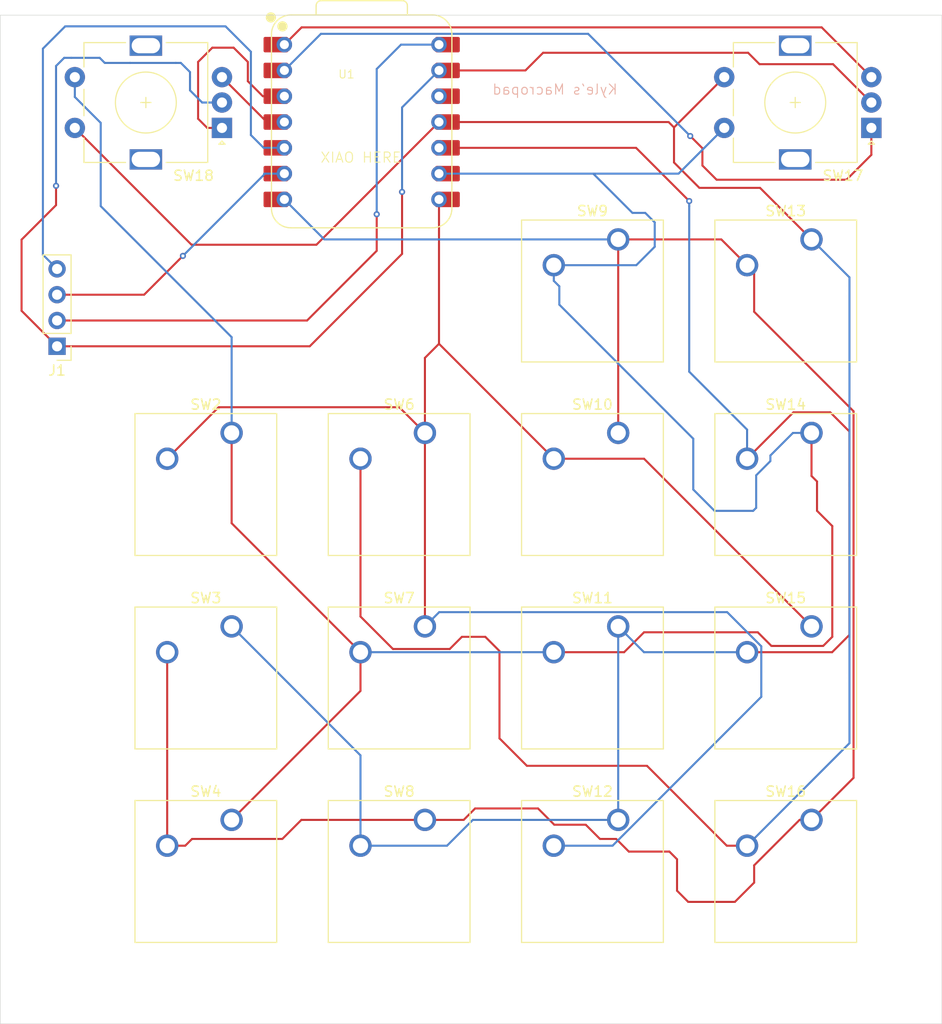
<source format=kicad_pcb>
(kicad_pcb (version 20241229) (generator "pcbnew") (generator_version "9.0")
  (layers (0 "F.Cu" signal) (2 "B.Cu" signal) (13 "F.Paste" user) (15 "B.Paste" user) (5 "F.SilkS" user "F.Silkscreen") (7 "B.SilkS" user "B.Silkscreen") (1 "F.Mask" user) (3 "B.Mask" user) (25 "Edge.Cuts" user))
  (net 0 "")
  (net 1 "Net-(U1-GPIO3{slash}MOSI)")
  (net 2 "Net-(U1-GPIO1{slash}RX)")
  (net 3 "Net-(U1-GPIO2{slash}SCK)")
  (net 4 "Net-(U1-GPIO0{slash}TX)")
  (net 5 "Net-(U1-GPIO4{slash}MISO)")
  (net 7 "Net-(U1-GPIO27{slash}ADC1{slash}A1)")
  (net 8 "Net-(U1-GPIO26{slash}ADC0{slash}A0)")
  (net 9 "Net-(J1-Pin_1)")
  (net 10 "Net-(U1-GPIO28{slash}ADC2{slash}A2)")
  (net 11 "Net-(U1-GPIO29{slash}ADC3{slash}A3)")
  (net 12 "Net-(J1-Pin_3)")
  (net 13 "Net-(J1-Pin_2)")
  (net 14 "Net-(J1-Pin_4)")
  (footprint "Button_Switch_Keyboard:SW_Cherry_MX_1.00u_PCB" (layer "F.Cu") (at 83.5025 121.12625)
    (property "Reference" "SW2" (at -2.54 -2.794 0) (layer "F.SilkS"))
    (property "Value" "SW_Push")
    (fp_line (start -9.525 -1.905) (end 4.445 -1.905) (stroke (width 0.12)) (layer "F.SilkS"))
    (fp_line (start -9.525 12.065) (end -9.525 -1.905) (stroke (width 0.12)) (layer "F.SilkS"))
    (fp_line (start 4.445 -1.905) (end 4.445 12.065) (stroke (width 0.12)) (layer "F.SilkS"))
    (fp_line (start 4.445 12.065) (end -9.525 12.065) (stroke (width 0.12)) (layer "F.SilkS"))
    (pad "" np_thru_hole circle (at -7.62 5.08) (size 1.7 1.7) (drill 1.7) (layers "*.Cu" "*.Mask"))
    (pad "" np_thru_hole circle (at -2.54 5.08) (size 4 4) (drill 4) (layers "*.Cu" "*.Mask"))
    (pad "" np_thru_hole circle (at 2.54 5.08) (size 1.7 1.7) (drill 1.7) (layers "*.Cu" "*.Mask"))
    (pad "1" thru_hole circle (at 0 0) (size 2.2 2.2) (drill 1.5) (layers "*.Cu" "*.Mask") (net 3 "Net-(U1-GPIO2{slash}SCK)"))
    (pad "2" thru_hole circle (at -6.35 2.54) (size 2.2 2.2) (drill 1.5) (layers "*.Cu" "*.Mask") (net 2 "Net-(U1-GPIO1{slash}RX)"))
  )
  (footprint "Button_Switch_Keyboard:SW_Cherry_MX_1.00u_PCB" (layer "F.Cu") (at 102.5525 121.12625)
    (property "Reference" "SW6" (at -2.54 -2.794 0) (layer "F.SilkS"))
    (property "Value" "SW_Push")
    (fp_line (start -9.525 -1.905) (end 4.445 -1.905) (stroke (width 0.12)) (layer "F.SilkS"))
    (fp_line (start -9.525 12.065) (end -9.525 -1.905) (stroke (width 0.12)) (layer "F.SilkS"))
    (fp_line (start 4.445 -1.905) (end 4.445 12.065) (stroke (width 0.12)) (layer "F.SilkS"))
    (fp_line (start 4.445 12.065) (end -9.525 12.065) (stroke (width 0.12)) (layer "F.SilkS"))
    (pad "" np_thru_hole circle (at -7.62 5.08) (size 1.7 1.7) (drill 1.7) (layers "*.Cu" "*.Mask"))
    (pad "" np_thru_hole circle (at -2.54 5.08) (size 4 4) (drill 4) (layers "*.Cu" "*.Mask"))
    (pad "" np_thru_hole circle (at 2.54 5.08) (size 1.7 1.7) (drill 1.7) (layers "*.Cu" "*.Mask"))
    (pad "1" thru_hole circle (at 0 0) (size 2.2 2.2) (drill 1.5) (layers "*.Cu" "*.Mask") (net 2 "Net-(U1-GPIO1{slash}RX)"))
    (pad "2" thru_hole circle (at -6.35 2.54) (size 2.2 2.2) (drill 1.5) (layers "*.Cu" "*.Mask") (net 1 "Net-(U1-GPIO3{slash}MOSI)"))
  )
  (footprint "Button_Switch_Keyboard:SW_Cherry_MX_1.00u_PCB" (layer "F.Cu") (at 121.6025 121.12625)
    (property "Reference" "SW10" (at -2.54 -2.794 0) (layer "F.SilkS"))
    (property "Value" "SW_Push")
    (fp_line (start -9.525 -1.905) (end 4.445 -1.905) (stroke (width 0.12)) (layer "F.SilkS"))
    (fp_line (start -9.525 12.065) (end -9.525 -1.905) (stroke (width 0.12)) (layer "F.SilkS"))
    (fp_line (start 4.445 -1.905) (end 4.445 12.065) (stroke (width 0.12)) (layer "F.SilkS"))
    (fp_line (start 4.445 12.065) (end -9.525 12.065) (stroke (width 0.12)) (layer "F.SilkS"))
    (pad "" np_thru_hole circle (at -7.62 5.08) (size 1.7 1.7) (drill 1.7) (layers "*.Cu" "*.Mask"))
    (pad "" np_thru_hole circle (at -2.54 5.08) (size 4 4) (drill 4) (layers "*.Cu" "*.Mask"))
    (pad "" np_thru_hole circle (at 2.54 5.08) (size 1.7 1.7) (drill 1.7) (layers "*.Cu" "*.Mask"))
    (pad "1" thru_hole circle (at 0 0) (size 2.2 2.2) (drill 1.5) (layers "*.Cu" "*.Mask") (net 4 "Net-(U1-GPIO0{slash}TX)"))
    (pad "2" thru_hole circle (at -6.35 2.54) (size 2.2 2.2) (drill 1.5) (layers "*.Cu" "*.Mask") (net 2 "Net-(U1-GPIO1{slash}RX)"))
  )
  (footprint "Button_Switch_Keyboard:SW_Cherry_MX_1.00u_PCB" (layer "F.Cu") (at 140.6525 159.22625)
    (property "Reference" "SW16" (at -2.54 -2.794 0) (layer "F.SilkS"))
    (property "Value" "SW_Push")
    (fp_line (start -9.525 -1.905) (end 4.445 -1.905) (stroke (width 0.12)) (layer "F.SilkS"))
    (fp_line (start -9.525 12.065) (end -9.525 -1.905) (stroke (width 0.12)) (layer "F.SilkS"))
    (fp_line (start 4.445 -1.905) (end 4.445 12.065) (stroke (width 0.12)) (layer "F.SilkS"))
    (fp_line (start 4.445 12.065) (end -9.525 12.065) (stroke (width 0.12)) (layer "F.SilkS"))
    (pad "" np_thru_hole circle (at -7.62 5.08) (size 1.7 1.7) (drill 1.7) (layers "*.Cu" "*.Mask"))
    (pad "" np_thru_hole circle (at -2.54 5.08) (size 4 4) (drill 4) (layers "*.Cu" "*.Mask"))
    (pad "" np_thru_hole circle (at 2.54 5.08) (size 1.7 1.7) (drill 1.7) (layers "*.Cu" "*.Mask"))
    (pad "1" thru_hole circle (at 0 0) (size 2.2 2.2) (drill 1.5) (layers "*.Cu" "*.Mask") (net 4 "Net-(U1-GPIO0{slash}TX)"))
    (pad "2" thru_hole circle (at -6.35 2.54) (size 2.2 2.2) (drill 1.5) (layers "*.Cu" "*.Mask") (net 1 "Net-(U1-GPIO3{slash}MOSI)"))
  )
  (footprint "Button_Switch_Keyboard:SW_Cherry_MX_1.00u_PCB" (layer "F.Cu") (at 121.6025 140.17625)
    (property "Reference" "SW11" (at -2.54 -2.794 0) (layer "F.SilkS"))
    (property "Value" "SW_Push")
    (fp_line (start -9.525 -1.905) (end 4.445 -1.905) (stroke (width 0.12)) (layer "F.SilkS"))
    (fp_line (start -9.525 12.065) (end -9.525 -1.905) (stroke (width 0.12)) (layer "F.SilkS"))
    (fp_line (start 4.445 -1.905) (end 4.445 12.065) (stroke (width 0.12)) (layer "F.SilkS"))
    (fp_line (start 4.445 12.065) (end -9.525 12.065) (stroke (width 0.12)) (layer "F.SilkS"))
    (pad "" np_thru_hole circle (at -7.62 5.08) (size 1.7 1.7) (drill 1.7) (layers "*.Cu" "*.Mask"))
    (pad "" np_thru_hole circle (at -2.54 5.08) (size 4 4) (drill 4) (layers "*.Cu" "*.Mask"))
    (pad "" np_thru_hole circle (at 2.54 5.08) (size 1.7 1.7) (drill 1.7) (layers "*.Cu" "*.Mask"))
    (pad "1" thru_hole circle (at 0 0) (size 2.2 2.2) (drill 1.5) (layers "*.Cu" "*.Mask") (net 5 "Net-(U1-GPIO4{slash}MISO)"))
    (pad "2" thru_hole circle (at -6.35 2.54) (size 2.2 2.2) (drill 1.5) (layers "*.Cu" "*.Mask") (net 3 "Net-(U1-GPIO2{slash}SCK)"))
  )
  (footprint "Button_Switch_Keyboard:SW_Cherry_MX_1.00u_PCB" (layer "F.Cu") (at 140.6525 140.17625)
    (property "Reference" "SW15" (at -2.54 -2.794 0) (layer "F.SilkS"))
    (property "Value" "SW_Push")
    (fp_line (start -9.525 -1.905) (end 4.445 -1.905) (stroke (width 0.12)) (layer "F.SilkS"))
    (fp_line (start -9.525 12.065) (end -9.525 -1.905) (stroke (width 0.12)) (layer "F.SilkS"))
    (fp_line (start 4.445 -1.905) (end 4.445 12.065) (stroke (width 0.12)) (layer "F.SilkS"))
    (fp_line (start 4.445 12.065) (end -9.525 12.065) (stroke (width 0.12)) (layer "F.SilkS"))
    (pad "" np_thru_hole circle (at -7.62 5.08) (size 1.7 1.7) (drill 1.7) (layers "*.Cu" "*.Mask"))
    (pad "" np_thru_hole circle (at -2.54 5.08) (size 4 4) (drill 4) (layers "*.Cu" "*.Mask"))
    (pad "" np_thru_hole circle (at 2.54 5.08) (size 1.7 1.7) (drill 1.7) (layers "*.Cu" "*.Mask"))
    (pad "1" thru_hole circle (at 0 0) (size 2.2 2.2) (drill 1.5) (layers "*.Cu" "*.Mask") (net 2 "Net-(U1-GPIO1{slash}RX)"))
    (pad "2" thru_hole circle (at -6.35 2.54) (size 2.2 2.2) (drill 1.5) (layers "*.Cu" "*.Mask") (net 5 "Net-(U1-GPIO4{slash}MISO)"))
  )
  (footprint "Connector_PinHeader_2.54mm:PinHeader_1x04_P2.54mm_Vertical" (layer "F.Cu") (at 66.3 112.6 180)
    (property "Reference" "J1" (at 0 -2.38 0) (layer "F.SilkS"))
    (property "Value" "Conn_01x04")
    (fp_line (start 1.38 1.27) (end 1.38 9) (stroke (width 0.12)) (layer "F.SilkS"))
    (fp_line (start -1.38 9) (end 1.38 9) (stroke (width 0.12)) (layer "F.SilkS"))
    (fp_line (start -1.38 1.27) (end 1.38 1.27) (stroke (width 0.12)) (layer "F.SilkS"))
    (fp_line (start -1.38 1.27) (end -1.38 9) (stroke (width 0.12)) (layer "F.SilkS"))
    (fp_line (start -1.38 0) (end -1.38 -1.38) (stroke (width 0.12)) (layer "F.SilkS"))
    (fp_line (start -1.38 -1.38) (end 0 -1.38) (stroke (width 0.12)) (layer "F.SilkS"))
    (pad "1" thru_hole rect (at 0 0 180) (size 1.7 1.7) (drill 1) (layers "*.Cu" "*.Mask") (net 9 "Net-(J1-Pin_1)"))
    (pad "2" thru_hole circle (at 0 2.54 180) (size 1.7 1.7) (drill 1) (layers "*.Cu" "*.Mask") (net 13 "Net-(J1-Pin_2)"))
    (pad "3" thru_hole circle (at 0 5.08 180) (size 1.7 1.7) (drill 1) (layers "*.Cu" "*.Mask") (net 12 "Net-(J1-Pin_3)"))
    (pad "4" thru_hole circle (at 0 7.62 180) (size 1.7 1.7) (drill 1) (layers "*.Cu" "*.Mask") (net 14 "Net-(J1-Pin_4)"))
  )
  (footprint "Button_Switch_Keyboard:SW_Cherry_MX_1.00u_PCB" (layer "F.Cu") (at 121.6025 159.22625)
    (property "Reference" "SW12" (at -2.54 -2.794 0) (layer "F.SilkS"))
    (property "Value" "SW_Push")
    (fp_line (start -9.525 -1.905) (end 4.445 -1.905) (stroke (width 0.12)) (layer "F.SilkS"))
    (fp_line (start -9.525 12.065) (end -9.525 -1.905) (stroke (width 0.12)) (layer "F.SilkS"))
    (fp_line (start 4.445 -1.905) (end 4.445 12.065) (stroke (width 0.12)) (layer "F.SilkS"))
    (fp_line (start 4.445 12.065) (end -9.525 12.065) (stroke (width 0.12)) (layer "F.SilkS"))
    (pad "" np_thru_hole circle (at -7.62 5.08) (size 1.7 1.7) (drill 1.7) (layers "*.Cu" "*.Mask"))
    (pad "" np_thru_hole circle (at -2.54 5.08) (size 4 4) (drill 4) (layers "*.Cu" "*.Mask"))
    (pad "" np_thru_hole circle (at 2.54 5.08) (size 1.7 1.7) (drill 1.7) (layers "*.Cu" "*.Mask"))
    (pad "1" thru_hole circle (at 0 0) (size 2.2 2.2) (drill 1.5) (layers "*.Cu" "*.Mask") (net 5 "Net-(U1-GPIO4{slash}MISO)"))
    (pad "2" thru_hole circle (at -6.35 2.54) (size 2.2 2.2) (drill 1.5) (layers "*.Cu" "*.Mask") (net 2 "Net-(U1-GPIO1{slash}RX)"))
  )
  (footprint "Button_Switch_Keyboard:SW_Cherry_MX_1.00u_PCB" (layer "F.Cu") (at 140.6525 102.07625)
    (property "Reference" "SW13" (at -2.54 -2.794 0) (layer "F.SilkS"))
    (property "Value" "SW_Push")
    (fp_line (start -9.525 -1.905) (end 4.445 -1.905) (stroke (width 0.12)) (layer "F.SilkS"))
    (fp_line (start -9.525 12.065) (end -9.525 -1.905) (stroke (width 0.12)) (layer "F.SilkS"))
    (fp_line (start 4.445 -1.905) (end 4.445 12.065) (stroke (width 0.12)) (layer "F.SilkS"))
    (fp_line (start 4.445 12.065) (end -9.525 12.065) (stroke (width 0.12)) (layer "F.SilkS"))
    (pad "" np_thru_hole circle (at -7.62 5.08) (size 1.7 1.7) (drill 1.7) (layers "*.Cu" "*.Mask"))
    (pad "" np_thru_hole circle (at -2.54 5.08) (size 4 4) (drill 4) (layers "*.Cu" "*.Mask"))
    (pad "" np_thru_hole circle (at 2.54 5.08) (size 1.7 1.7) (drill 1.7) (layers "*.Cu" "*.Mask"))
    (pad "1" thru_hole circle (at 0 0) (size 2.2 2.2) (drill 1.5) (layers "*.Cu" "*.Mask") (net 1 "Net-(U1-GPIO3{slash}MOSI)"))
    (pad "2" thru_hole circle (at -6.35 2.54) (size 2.2 2.2) (drill 1.5) (layers "*.Cu" "*.Mask") (net 4 "Net-(U1-GPIO0{slash}TX)"))
  )
  (footprint "Button_Switch_Keyboard:SW_Cherry_MX_1.00u_PCB" (layer "F.Cu") (at 102.5525 159.22625)
    (property "Reference" "SW8" (at -2.54 -2.794 0) (layer "F.SilkS"))
    (property "Value" "SW_Push")
    (fp_line (start -9.525 -1.905) (end 4.445 -1.905) (stroke (width 0.12)) (layer "F.SilkS"))
    (fp_line (start -9.525 12.065) (end -9.525 -1.905) (stroke (width 0.12)) (layer "F.SilkS"))
    (fp_line (start 4.445 -1.905) (end 4.445 12.065) (stroke (width 0.12)) (layer "F.SilkS"))
    (fp_line (start 4.445 12.065) (end -9.525 12.065) (stroke (width 0.12)) (layer "F.SilkS"))
    (pad "" np_thru_hole circle (at -7.62 5.08) (size 1.7 1.7) (drill 1.7) (layers "*.Cu" "*.Mask"))
    (pad "" np_thru_hole circle (at -2.54 5.08) (size 4 4) (drill 4) (layers "*.Cu" "*.Mask"))
    (pad "" np_thru_hole circle (at 2.54 5.08) (size 1.7 1.7) (drill 1.7) (layers "*.Cu" "*.Mask"))
    (pad "1" thru_hole circle (at 0 0) (size 2.2 2.2) (drill 1.5) (layers "*.Cu" "*.Mask") (net 4 "Net-(U1-GPIO0{slash}TX)"))
    (pad "2" thru_hole circle (at -6.35 2.54) (size 2.2 2.2) (drill 1.5) (layers "*.Cu" "*.Mask") (net 5 "Net-(U1-GPIO4{slash}MISO)"))
  )
  (footprint "Rotary_Encoder:RotaryEncoder_Alps_EC11E-Switch_Vertical_H20mm" (layer "F.Cu") (at 146.55 91.1 180)
    (property "Reference" "SW17" (at 2.8 -4.7 0) (layer "F.SilkS"))
    (property "Value" "RotaryEncoder_Switch")
    (fp_line (start 13.6 8.4) (end 9.5 8.4) (stroke (width 0.12)) (layer "F.SilkS"))
    (fp_line (start 13.6 6) (end 13.6 8.4) (stroke (width 0.12)) (layer "F.SilkS"))
    (fp_line (start 13.6 1.2) (end 13.6 3.8) (stroke (width 0.12)) (layer "F.SilkS"))
    (fp_line (start 13.6 -3.4) (end 13.6 -1) (stroke (width 0.12)) (layer "F.SilkS"))
    (fp_line (start 9.5 -3.4) (end 13.6 -3.4) (stroke (width 0.12)) (layer "F.SilkS"))
    (fp_line (start 7.5 2) (end 7.5 3) (stroke (width 0.12)) (layer "F.SilkS"))
    (fp_line (start 7 2.5) (end 8 2.5) (stroke (width 0.12)) (layer "F.SilkS"))
    (fp_line (start 5.5 8.4) (end 1.4 8.4) (stroke (width 0.12)) (layer "F.SilkS"))
    (fp_line (start 5.5 -3.4) (end 1.4 -3.4) (stroke (width 0.12)) (layer "F.SilkS"))
    (fp_line (start 1.4 -3.4) (end 1.4 8.4) (stroke (width 0.12)) (layer "F.SilkS"))
    (fp_line (start 0.3 -1.6) (end 0 -1.3) (stroke (width 0.12)) (layer "F.SilkS"))
    (fp_line (start 0 -1.3) (end -0.3 -1.6) (stroke (width 0.12)) (layer "F.SilkS"))
    (fp_line (start -0.3 -1.6) (end 0.3 -1.6) (stroke (width 0.12)) (layer "F.SilkS"))
    (fp_circle (center 7.5 2.5) (end 10.5 2.5) (stroke (width 0.12)) (fill no) (layer "F.SilkS"))
    (pad "A" thru_hole rect (at 0 0 180) (size 2 2) (drill 1) (layers "*.Cu" "*.Mask") (net 7 "Net-(U1-GPIO27{slash}ADC1{slash}A1)"))
    (pad "B" thru_hole circle (at 0 5 180) (size 2 2) (drill 1) (layers "*.Cu" "*.Mask") (net 8 "Net-(U1-GPIO26{slash}ADC0{slash}A0)"))
    (pad "C" thru_hole circle (at 0 2.5 180) (size 2 2) (drill 1) (layers "*.Cu" "*.Mask") (net 9 "Net-(J1-Pin_1)"))
    (pad "MP" thru_hole rect (at 7.5 -3.1 180) (size 3.2 2) (drill oval 2.8 1.5) (layers "*.Cu" "*.Mask"))
    (pad "MP" thru_hole rect (at 7.5 8.1 180) (size 3.2 2) (drill oval 2.8 1.5) (layers "*.Cu" "*.Mask"))
    (pad "S1" thru_hole circle (at 14.5 5 180) (size 2 2) (drill 1) (layers "*.Cu" "*.Mask") (net 1 "Net-(U1-GPIO3{slash}MOSI)"))
    (pad "S2" thru_hole circle (at 14.5 0 180) (size 2 2) (drill 1) (layers "*.Cu" "*.Mask") (net 3 "Net-(U1-GPIO2{slash}SCK)"))
  )
  (footprint "Button_Switch_Keyboard:SW_Cherry_MX_1.00u_PCB" (layer "F.Cu") (at 83.5025 159.22625)
    (property "Reference" "SW4" (at -2.54 -2.794 0) (layer "F.SilkS"))
    (property "Value" "SW_Push")
    (fp_line (start -9.525 -1.905) (end 4.445 -1.905) (stroke (width 0.12)) (layer "F.SilkS"))
    (fp_line (start -9.525 12.065) (end -9.525 -1.905) (stroke (width 0.12)) (layer "F.SilkS"))
    (fp_line (start 4.445 -1.905) (end 4.445 12.065) (stroke (width 0.12)) (layer "F.SilkS"))
    (fp_line (start 4.445 12.065) (end -9.525 12.065) (stroke (width 0.12)) (layer "F.SilkS"))
    (pad "" np_thru_hole circle (at -7.62 5.08) (size 1.7 1.7) (drill 1.7) (layers "*.Cu" "*.Mask"))
    (pad "" np_thru_hole circle (at -2.54 5.08) (size 4 4) (drill 4) (layers "*.Cu" "*.Mask"))
    (pad "" np_thru_hole circle (at 2.54 5.08) (size 1.7 1.7) (drill 1.7) (layers "*.Cu" "*.Mask"))
    (pad "1" thru_hole circle (at 0 0) (size 2.2 2.2) (drill 1.5) (layers "*.Cu" "*.Mask") (net 3 "Net-(U1-GPIO2{slash}SCK)"))
    (pad "2" thru_hole circle (at -6.35 2.54) (size 2.2 2.2) (drill 1.5) (layers "*.Cu" "*.Mask") (net 4 "Net-(U1-GPIO0{slash}TX)"))
  )
  (footprint "Button_Switch_Keyboard:SW_Cherry_MX_1.00u_PCB" (layer "F.Cu") (at 140.6525 121.12625)
    (property "Reference" "SW14" (at -2.54 -2.794 0) (layer "F.SilkS"))
    (property "Value" "SW_Push")
    (fp_line (start -9.525 -1.905) (end 4.445 -1.905) (stroke (width 0.12)) (layer "F.SilkS"))
    (fp_line (start -9.525 12.065) (end -9.525 -1.905) (stroke (width 0.12)) (layer "F.SilkS"))
    (fp_line (start 4.445 -1.905) (end 4.445 12.065) (stroke (width 0.12)) (layer "F.SilkS"))
    (fp_line (start 4.445 12.065) (end -9.525 12.065) (stroke (width 0.12)) (layer "F.SilkS"))
    (pad "" np_thru_hole circle (at -7.62 5.08) (size 1.7 1.7) (drill 1.7) (layers "*.Cu" "*.Mask"))
    (pad "" np_thru_hole circle (at -2.54 5.08) (size 4 4) (drill 4) (layers "*.Cu" "*.Mask"))
    (pad "" np_thru_hole circle (at 2.54 5.08) (size 1.7 1.7) (drill 1.7) (layers "*.Cu" "*.Mask"))
    (pad "1" thru_hole circle (at 0 0) (size 2.2 2.2) (drill 1.5) (layers "*.Cu" "*.Mask") (net 3 "Net-(U1-GPIO2{slash}SCK)"))
    (pad "2" thru_hole circle (at -6.35 2.54) (size 2.2 2.2) (drill 1.5) (layers "*.Cu" "*.Mask") (net 5 "Net-(U1-GPIO4{slash}MISO)"))
  )
  (footprint "OPL:XIAO-RP2040-DIP" (layer "F.Cu") (at 96.32 90.52)
    (property "Reference" "U1" (at -1.5 -4.7 0) (layer "F.SilkS") (effects (font (size 0.8 0.8) (thickness 0.1))))
    (property "Value" "XIAO-RP2040-DIP")
    (fp_line (start -8.89 8.509) (end -8.89 -8.636) (stroke (width 0.127)) (layer "F.SilkS"))
    (fp_line (start -6.985 10.414) (end 6.985 10.414) (stroke (width 0.127)) (layer "F.SilkS"))
    (fp_line (start -4.495 -10.541) (end -4.491272 -11.451272) (stroke (width 0.127)) (layer "F.SilkS"))
    (fp_line (start -3.991272 -11.951) (end 4.004 -11.951) (stroke (width 0.127)) (layer "F.SilkS"))
    (fp_line (start 4.504 -11.451) (end 4.504 -10.541) (stroke (width 0.127)) (layer "F.SilkS"))
    (fp_line (start 6.985 -10.541) (end -6.985 -10.541) (stroke (width 0.1)) (layer "F.SilkS"))
    (fp_line (start 6.985 -10.541) (end -6.985 -10.541) (stroke (width 0.127)) (layer "F.SilkS"))
    (fp_line (start 8.89 8.509) (end 8.89 -8.636) (stroke (width 0.127)) (layer "F.SilkS"))
    (fp_arc (start -8.89 -8.636) (mid -8.332038 -9.983038) (end -6.985 -10.541) (stroke (width 0.127)) (layer "F.SilkS"))
    (fp_arc (start -6.985 10.414) (mid -8.332038 9.856038) (end -8.89 8.509) (stroke (width 0.127)) (layer "F.SilkS"))
    (fp_arc (start -4.491272 -11.451272) (mid -4.344728 -11.80464) (end -3.991272 -11.951) (stroke (width 0.127)) (layer "F.SilkS"))
    (fp_arc (start 4.004 -11.951) (mid 4.357553 -11.804553) (end 4.504 -11.451) (stroke (width 0.127)) (layer "F.SilkS"))
    (fp_arc (start 6.985 -10.541) (mid 8.332038 -9.983038) (end 8.89 -8.636) (stroke (width 0.127)) (layer "F.SilkS"))
    (fp_arc (start 8.89 8.509) (mid 8.332038 9.856038) (end 6.985 10.414) (stroke (width 0.127)) (layer "F.SilkS"))
    (fp_circle (center -8.95 -10.3) (end -8.95 -10.554) (stroke (width 0.5)) (fill yes) (layer "F.SilkS"))
    (fp_circle (center -7.807 -9.42) (end -7.807 -9.674) (stroke (width 0.5)) (fill yes) (layer "F.SilkS"))
    (pad "1" smd roundrect (at -8.455 -7.62 180) (size 2.432 1.524) (layers "F.Cu" "F.Mask") (roundrect_rratio 0.1) (net 8 "Net-(U1-GPIO26{slash}ADC0{slash}A0)"))
    (pad "1" thru_hole circle (at -7.62 -7.62 180) (size 1.524 1.524) (drill 0.889) (layers "*.Cu" "*.Mask") (net 8 "Net-(U1-GPIO26{slash}ADC0{slash}A0)"))
    (pad "2" smd roundrect (at -8.455 -5.08 180) (size 2.432 1.524) (layers "F.Cu" "F.Mask") (roundrect_rratio 0.1) (net 7 "Net-(U1-GPIO27{slash}ADC1{slash}A1)"))
    (pad "2" thru_hole circle (at -7.62 -5.08 180) (size 1.524 1.524) (drill 0.889) (layers "*.Cu" "*.Mask") (net 7 "Net-(U1-GPIO27{slash}ADC1{slash}A1)"))
    (pad "3" smd roundrect (at -8.455 -2.54 180) (size 2.432 1.524) (layers "F.Cu" "F.Mask") (roundrect_rratio 0.1) (net 10 "Net-(U1-GPIO28{slash}ADC2{slash}A2)"))
    (pad "3" thru_hole circle (at -7.62 -2.54 180) (size 1.524 1.524) (drill 0.889) (layers "*.Cu" "*.Mask") (net 10 "Net-(U1-GPIO28{slash}ADC2{slash}A2)"))
    (pad "4" smd roundrect (at -8.455 0 180) (size 2.432 1.524) (layers "F.Cu" "F.Mask") (roundrect_rratio 0.1) (net 11 "Net-(U1-GPIO29{slash}ADC3{slash}A3)"))
    (pad "4" thru_hole circle (at -7.62 0 180) (size 1.524 1.524) (drill 0.889) (layers "*.Cu" "*.Mask") (net 11 "Net-(U1-GPIO29{slash}ADC3{slash}A3)"))
    (pad "5" smd roundrect (at -8.455 2.54 180) (size 2.432 1.524) (layers "F.Cu" "F.Mask") (roundrect_rratio 0.1) (net 14 "Net-(J1-Pin_4)"))
    (pad "5" thru_hole circle (at -7.62 2.54 180) (size 1.524 1.524) (drill 0.889) (layers "*.Cu" "*.Mask") (net 14 "Net-(J1-Pin_4)"))
    (pad "6" smd roundrect (at -8.455 5.08 180) (size 2.432 1.524) (layers "F.Cu" "F.Mask") (roundrect_rratio 0.1) (net 12 "Net-(J1-Pin_3)"))
    (pad "6" thru_hole circle (at -7.62 5.08 180) (size 1.524 1.524) (drill 0.889) (layers "*.Cu" "*.Mask") (net 12 "Net-(J1-Pin_3)"))
    (pad "7" smd roundrect (at -8.455 7.62 180) (size 2.432 1.524) (layers "F.Cu" "F.Mask") (roundrect_rratio 0.1) (net 4 "Net-(U1-GPIO0{slash}TX)"))
    (pad "7" thru_hole circle (at -7.62 7.62 180) (size 1.524 1.524) (drill 0.889) (layers "*.Cu" "*.Mask") (net 4 "Net-(U1-GPIO0{slash}TX)"))
    (pad "8" thru_hole circle (at 7.62 7.62) (size 1.524 1.524) (drill 0.889) (layers "*.Cu" "*.Mask") (net 2 "Net-(U1-GPIO1{slash}RX)"))
    (pad "8" smd roundrect (at 8.455 7.62) (size 2.432 1.524) (layers "F.Cu" "F.Mask") (roundrect_rratio 0.1) (net 2 "Net-(U1-GPIO1{slash}RX)"))
    (pad "9" thru_hole circle (at 7.62 5.08) (size 1.524 1.524) (drill 0.889) (layers "*.Cu" "*.Mask") (net 3 "Net-(U1-GPIO2{slash}SCK)"))
    (pad "9" smd roundrect (at 8.455 5.08) (size 2.432 1.524) (layers "F.Cu" "F.Mask") (roundrect_rratio 0.1) (net 3 "Net-(U1-GPIO2{slash}SCK)"))
    (pad "10" thru_hole circle (at 7.62 2.54) (size 1.524 1.524) (drill 0.889) (layers "*.Cu" "*.Mask") (net 5 "Net-(U1-GPIO4{slash}MISO)"))
    (pad "10" smd roundrect (at 8.455 2.54) (size 2.432 1.524) (layers "F.Cu" "F.Mask") (roundrect_rratio 0.1) (net 5 "Net-(U1-GPIO4{slash}MISO)"))
    (pad "11" thru_hole circle (at 7.62 0) (size 1.524 1.524) (drill 0.889) (layers "*.Cu" "*.Mask") (net 1 "Net-(U1-GPIO3{slash}MOSI)"))
    (pad "11" smd roundrect (at 8.455 0) (size 2.432 1.524) (layers "F.Cu" "F.Mask") (roundrect_rratio 0.1) (net 1 "Net-(U1-GPIO3{slash}MOSI)"))
    (pad "12" thru_hole circle (at 7.62 -2.54) (size 1.524 1.524) (drill 0.889) (layers "*.Cu" "*.Mask"))
    (pad "12" smd roundrect (at 8.455 -2.54) (size 2.432 1.524) (layers "F.Cu" "F.Mask") (roundrect_rratio 0.1))
    (pad "13" thru_hole circle (at 7.62 -5.08) (size 1.524 1.524) (drill 0.889) (layers "*.Cu" "*.Mask") (net 9 "Net-(J1-Pin_1)"))
    (pad "13" smd roundrect (at 8.455 -5.08) (size 2.432 1.524) (layers "F.Cu" "F.Mask") (roundrect_rratio 0.1) (net 9 "Net-(J1-Pin_1)"))
    (pad "14" thru_hole circle (at 7.62 -7.62) (size 1.524 1.524) (drill 0.889) (layers "*.Cu" "*.Mask") (net 13 "Net-(J1-Pin_2)"))
    (pad "14" smd roundrect (at 8.455 -7.62) (size 2.432 1.524) (layers "F.Cu" "F.Mask") (roundrect_rratio 0.1) (net 13 "Net-(J1-Pin_2)"))
  )
  (footprint "Button_Switch_Keyboard:SW_Cherry_MX_1.00u_PCB" (layer "F.Cu") (at 83.5025 140.17625)
    (property "Reference" "SW3" (at -2.54 -2.794 0) (layer "F.SilkS"))
    (property "Value" "SW_Push")
    (fp_line (start -9.525 -1.905) (end 4.445 -1.905) (stroke (width 0.12)) (layer "F.SilkS"))
    (fp_line (start -9.525 12.065) (end -9.525 -1.905) (stroke (width 0.12)) (layer "F.SilkS"))
    (fp_line (start 4.445 -1.905) (end 4.445 12.065) (stroke (width 0.12)) (layer "F.SilkS"))
    (fp_line (start 4.445 12.065) (end -9.525 12.065) (stroke (width 0.12)) (layer "F.SilkS"))
    (pad "" np_thru_hole circle (at -7.62 5.08) (size 1.7 1.7) (drill 1.7) (layers "*.Cu" "*.Mask"))
    (pad "" np_thru_hole circle (at -2.54 5.08) (size 4 4) (drill 4) (layers "*.Cu" "*.Mask"))
    (pad "" np_thru_hole circle (at 2.54 5.08) (size 1.7 1.7) (drill 1.7) (layers "*.Cu" "*.Mask"))
    (pad "1" thru_hole circle (at 0 0) (size 2.2 2.2) (drill 1.5) (layers "*.Cu" "*.Mask") (net 5 "Net-(U1-GPIO4{slash}MISO)"))
    (pad "2" thru_hole circle (at -6.35 2.54) (size 2.2 2.2) (drill 1.5) (layers "*.Cu" "*.Mask") (net 4 "Net-(U1-GPIO0{slash}TX)"))
  )
  (footprint "Rotary_Encoder:RotaryEncoder_Alps_EC11E-Switch_Vertical_H20mm" (layer "F.Cu") (at 82.55 91.1 180)
    (property "Reference" "SW18" (at 2.8 -4.7 0) (layer "F.SilkS"))
    (property "Value" "RotaryEncoder_Switch")
    (fp_line (start 13.6 8.4) (end 9.5 8.4) (stroke (width 0.12)) (layer "F.SilkS"))
    (fp_line (start 13.6 6) (end 13.6 8.4) (stroke (width 0.12)) (layer "F.SilkS"))
    (fp_line (start 13.6 1.2) (end 13.6 3.8) (stroke (width 0.12)) (layer "F.SilkS"))
    (fp_line (start 13.6 -3.4) (end 13.6 -1) (stroke (width 0.12)) (layer "F.SilkS"))
    (fp_line (start 9.5 -3.4) (end 13.6 -3.4) (stroke (width 0.12)) (layer "F.SilkS"))
    (fp_line (start 7.5 2) (end 7.5 3) (stroke (width 0.12)) (layer "F.SilkS"))
    (fp_line (start 7 2.5) (end 8 2.5) (stroke (width 0.12)) (layer "F.SilkS"))
    (fp_line (start 5.5 8.4) (end 1.4 8.4) (stroke (width 0.12)) (layer "F.SilkS"))
    (fp_line (start 5.5 -3.4) (end 1.4 -3.4) (stroke (width 0.12)) (layer "F.SilkS"))
    (fp_line (start 1.4 -3.4) (end 1.4 8.4) (stroke (width 0.12)) (layer "F.SilkS"))
    (fp_line (start 0.3 -1.6) (end 0 -1.3) (stroke (width 0.12)) (layer "F.SilkS"))
    (fp_line (start 0 -1.3) (end -0.3 -1.6) (stroke (width 0.12)) (layer "F.SilkS"))
    (fp_line (start -0.3 -1.6) (end 0.3 -1.6) (stroke (width 0.12)) (layer "F.SilkS"))
    (fp_circle (center 7.5 2.5) (end 10.5 2.5) (stroke (width 0.12)) (fill no) (layer "F.SilkS"))
    (pad "A" thru_hole rect (at 0 0 180) (size 2 2) (drill 1) (layers "*.Cu" "*.Mask") (net 10 "Net-(U1-GPIO28{slash}ADC2{slash}A2)"))
    (pad "B" thru_hole circle (at 0 5 180) (size 2 2) (drill 1) (layers "*.Cu" "*.Mask") (net 11 "Net-(U1-GPIO29{slash}ADC3{slash}A3)"))
    (pad "C" thru_hole circle (at 0 2.5 180) (size 2 2) (drill 1) (layers "*.Cu" "*.Mask") (net 9 "Net-(J1-Pin_1)"))
    (pad "MP" thru_hole rect (at 7.5 -3.1 180) (size 3.2 2) (drill oval 2.8 1.5) (layers "*.Cu" "*.Mask"))
    (pad "MP" thru_hole rect (at 7.5 8.1 180) (size 3.2 2) (drill oval 2.8 1.5) (layers "*.Cu" "*.Mask"))
    (pad "S1" thru_hole circle (at 14.5 5 180) (size 2 2) (drill 1) (layers "*.Cu" "*.Mask") (net 3 "Net-(U1-GPIO2{slash}SCK)"))
    (pad "S2" thru_hole circle (at 14.5 0 180) (size 2 2) (drill 1) (layers "*.Cu" "*.Mask") (net 1 "Net-(U1-GPIO3{slash}MOSI)"))
  )
  (footprint "Button_Switch_Keyboard:SW_Cherry_MX_1.00u_PCB" (layer "F.Cu") (at 121.6025 102.07625)
    (property "Reference" "SW9" (at -2.54 -2.794 0) (layer "F.SilkS"))
    (property "Value" "SW_Push")
    (fp_line (start -9.525 -1.905) (end 4.445 -1.905) (stroke (width 0.12)) (layer "F.SilkS"))
    (fp_line (start -9.525 12.065) (end -9.525 -1.905) (stroke (width 0.12)) (layer "F.SilkS"))
    (fp_line (start 4.445 -1.905) (end 4.445 12.065) (stroke (width 0.12)) (layer "F.SilkS"))
    (fp_line (start 4.445 12.065) (end -9.525 12.065) (stroke (width 0.12)) (layer "F.SilkS"))
    (pad "" np_thru_hole circle (at -7.62 5.08) (size 1.7 1.7) (drill 1.7) (layers "*.Cu" "*.Mask"))
    (pad "" np_thru_hole circle (at -2.54 5.08) (size 4 4) (drill 4) (layers "*.Cu" "*.Mask"))
    (pad "" np_thru_hole circle (at 2.54 5.08) (size 1.7 1.7) (drill 1.7) (layers "*.Cu" "*.Mask"))
    (pad "1" thru_hole circle (at 0 0) (size 2.2 2.2) (drill 1.5) (layers "*.Cu" "*.Mask") (net 4 "Net-(U1-GPIO0{slash}TX)"))
    (pad "2" thru_hole circle (at -6.35 2.54) (size 2.2 2.2) (drill 1.5) (layers "*.Cu" "*.Mask") (net 3 "Net-(U1-GPIO2{slash}SCK)"))
  )
  (footprint "Button_Switch_Keyboard:SW_Cherry_MX_1.00u_PCB" (layer "F.Cu") (at 102.5525 140.17625)
    (property "Reference" "SW7" (at -2.54 -2.794 0) (layer "F.SilkS"))
    (property "Value" "SW_Push")
    (fp_line (start -9.525 -1.905) (end 4.445 -1.905) (stroke (width 0.12)) (layer "F.SilkS"))
    (fp_line (start -9.525 12.065) (end -9.525 -1.905) (stroke (width 0.12)) (layer "F.SilkS"))
    (fp_line (start 4.445 -1.905) (end 4.445 12.065) (stroke (width 0.12)) (layer "F.SilkS"))
    (fp_line (start 4.445 12.065) (end -9.525 12.065) (stroke (width 0.12)) (layer "F.SilkS"))
    (pad "" np_thru_hole circle (at -7.62 5.08) (size 1.7 1.7) (drill 1.7) (layers "*.Cu" "*.Mask"))
    (pad "" np_thru_hole circle (at -2.54 5.08) (size 4 4) (drill 4) (layers "*.Cu" "*.Mask"))
    (pad "" np_thru_hole circle (at 2.54 5.08) (size 1.7 1.7) (drill 1.7) (layers "*.Cu" "*.Mask"))
    (pad "1" thru_hole circle (at 0 0) (size 2.2 2.2) (drill 1.5) (layers "*.Cu" "*.Mask") (net 2 "Net-(U1-GPIO1{slash}RX)"))
    (pad "2" thru_hole circle (at -6.35 2.54) (size 2.2 2.2) (drill 1.5) (layers "*.Cu" "*.Mask") (net 3 "Net-(U1-GPIO2{slash}SCK)"))
  )
  (gr_rect (start 60.7 80) (end 153.5 179.3) (stroke (width 0.05)) (fill no) (layer "Edge.Cuts"))
  (gr_text "XIAO HERE" (at 92.2 94.6 0) (layer "F.SilkS") (effects (font (size 1 1) (thickness 0.1)) (justify left bottom)))
  (gr_text "Kyle's Macropad" (at 121.6 87.9 0) (layer "B.SilkS") (effects (font (size 1 1) (thickness 0.1)) (justify left bottom mirror)))
  (segment (start 127.1 91.05) (end 132.05 86.1) (width 0.2) (layer "F.Cu") (net 1))
  (segment (start 99.4 142.4) (end 105 142.4) (width 0.2) (layer "F.Cu") (net 1))
  (segment (start 109.9 151.2) (end 112.6 153.9) (width 0.2) (layer "F.Cu") (net 1))
  (segment (start 140.6525 102.07625) (end 135.57625 97) (width 0.2) (layer "F.Cu") (net 1))
  (segment (start 127.1 91.05) (end 126.57 90.52) (width 0.2) (layer "F.Cu") (net 1))
  (segment (start 109.9 142.6) (end 109.9 151.2) (width 0.2) (layer "F.Cu") (net 1))
  (segment (start 106.2 141.2) (end 108.5 141.2) (width 0.2) (layer "F.Cu") (net 1))
  (segment (start 96.2025 123.66625) (end 96.2025 139.2025) (width 0.2) (layer "F.Cu") (net 1))
  (segment (start 129.6 97) (end 127.1 94.5) (width 0.2) (layer "F.Cu") (net 1))
  (segment (start 127.1 94.5) (end 127.1 91.05) (width 0.2) (layer "F.Cu") (net 1))
  (segment (start 91.86 102.6) (end 103.94 90.52) (width 0.2) (layer "F.Cu") (net 1))
  (segment (start 134.3025 161.76625) (end 132.3 161.76625) (width 0.2) (layer "F.Cu") (net 1))
  (segment (start 126.57 90.52) (end 103.94 90.52) (width 0.2) (layer "F.Cu") (net 1))
  (segment (start 124.43375 153.9) (end 132.3 161.76625) (width 0.2) (layer "F.Cu") (net 1))
  (segment (start 96.2025 139.2025) (end 99.4 142.4) (width 0.2) (layer "F.Cu") (net 1))
  (segment (start 79.55 102.6) (end 91.86 102.6) (width 0.2) (layer "F.Cu") (net 1))
  (segment (start 108.5 141.2) (end 109.9 142.6) (width 0.2) (layer "F.Cu") (net 1))
  (segment (start 68.05 91.1) (end 79.55 102.6) (width 0.2) (layer "F.Cu") (net 1))
  (segment (start 105 142.4) (end 106.2 141.2) (width 0.2) (layer "F.Cu") (net 1))
  (segment (start 112.6 153.9) (end 124.43375 153.9) (width 0.2) (layer "F.Cu") (net 1))
  (segment (start 135.57625 97) (end 129.6 97) (width 0.2) (layer "F.Cu") (net 1))
  (segment (start 134.3025 161.76625) (end 144.3935 151.67525) (width 0.2) (layer "B.Cu") (net 1))
  (segment (start 144.3935 105.81725) (end 140.6525 102.07625) (width 0.2) (layer "B.Cu") (net 1))
  (segment (start 144.3935 151.67525) (end 144.3935 105.81725) (width 0.2) (layer "B.Cu") (net 1))
  (segment (start 115.2525 123.66625) (end 124.1425 123.66625) (width 0.2) (layer "F.Cu") (net 2))
  (segment (start 103.94 112.35375) (end 103.94 98.14) (width 0.2) (layer "F.Cu") (net 2))
  (segment (start 124.1425 123.66625) (end 140.6525 140.17625) (width 0.2) (layer "F.Cu") (net 2))
  (segment (start 115.2525 123.66625) (end 103.94 112.35375) (width 0.2) (layer "F.Cu") (net 2))
  (segment (start 102.5525 121.12625) (end 102.5525 113.74125) (width 0.2) (layer "F.Cu") (net 2))
  (segment (start 100.02625 118.6) (end 82.21875 118.6) (width 0.2) (layer "F.Cu") (net 2))
  (segment (start 102.5525 113.74125) (end 103.94 112.35375) (width 0.2) (layer "F.Cu") (net 2))
  (segment (start 82.21875 118.6) (end 77.1525 123.66625) (width 0.2) (layer "F.Cu") (net 2))
  (segment (start 102.5525 121.12625) (end 100.02625 118.6) (width 0.2) (layer "F.Cu") (net 2))
  (segment (start 102.5525 121.12625) (end 102.5525 140.17625) (width 0.2) (layer "F.Cu") (net 2))
  (segment (start 135.7035 147.106564) (end 135.7035 142.135936) (width 0.2) (layer "B.Cu") (net 2))
  (segment (start 135.7035 142.135936) (end 132.342814 138.77525) (width 0.2) (layer "B.Cu") (net 2))
  (segment (start 132.342814 138.77525) (end 103.9535 138.77525) (width 0.2) (layer "B.Cu") (net 2))
  (segment (start 121.043814 161.76625) (end 135.7035 147.106564) (width 0.2) (layer "B.Cu") (net 2))
  (segment (start 103.9535 138.77525) (end 102.5525 140.17625) (width 0.2) (layer "B.Cu") (net 2))
  (segment (start 115.2525 161.76625) (end 121.043814 161.76625) (width 0.2) (layer "B.Cu") (net 2))
  (segment (start 142.7 130.3) (end 141.19389 128.79389) (width 0.2) (layer "F.Cu") (net 3))
  (segment (start 141.19389 128.79389) (end 141.19389 125.90611) (width 0.2) (layer "F.Cu") (net 3))
  (segment (start 142.7 141.2) (end 142.7 130.3) (width 0.2) (layer "F.Cu") (net 3))
  (segment (start 135.356564 140.756564) (end 136.7 142.1) (width 0.2) (layer "F.Cu") (net 3))
  (segment (start 122.18375 142.71625) (end 124.143436 140.756564) (width 0.2) (layer "F.Cu") (net 3))
  (segment (start 83.5025 130.01625) (end 83.5025 121.12625) (width 0.2) (layer "F.Cu") (net 3))
  (segment (start 83.5025 159.22625) (end 96.2025 146.52625) (width 0.2) (layer "F.Cu") (net 3))
  (segment (start 124.143436 140.756564) (end 135.356564 140.756564) (width 0.2) (layer "F.Cu") (net 3))
  (segment (start 141.8 142.1) (end 142.7 141.2) (width 0.2) (layer "F.Cu") (net 3))
  (segment (start 96.2025 142.71625) (end 83.5025 130.01625) (width 0.2) (layer "F.Cu") (net 3))
  (segment (start 141.19389 125.90611) (end 140.6525 125.36472) (width 0.2) (layer "F.Cu") (net 3))
  (segment (start 136.7 142.1) (end 141.8 142.1) (width 0.2) (layer "F.Cu") (net 3))
  (segment (start 96.2025 146.52625) (end 96.2025 142.71625) (width 0.2) (layer "F.Cu") (net 3))
  (segment (start 140.6525 125.36472) (end 140.6525 121.12625) (width 0.2) (layer "F.Cu") (net 3))
  (segment (start 115.2525 142.71625) (end 122.18375 142.71625) (width 0.2) (layer "F.Cu") (net 3))
  (segment (start 131.1 128.8) (end 129 126.7) (width 0.2) (layer "B.Cu") (net 3))
  (segment (start 138.823814 121.12625) (end 136.6 123.350064) (width 0.2) (layer "B.Cu") (net 3))
  (segment (start 68.05 88.05) (end 70.6 90.6) (width 0.2) (layer "B.Cu") (net 3))
  (segment (start 136.6 123.9) (end 135.2 125.3) (width 0.2) (layer "B.Cu") (net 3))
  (segment (start 96.2025 142.71625) (end 115.2525 142.71625) (width 0.2) (layer "B.Cu") (net 3))
  (segment (start 70.6 98.7975) (end 83.5025 111.7) (width 0.2) (layer "B.Cu") (net 3))
  (segment (start 123.38375 104.61625) (end 125.2 102.8) (width 0.2) (layer "B.Cu") (net 3))
  (segment (start 103.94 95.6) (end 119.14 95.6) (width 0.2) (layer "B.Cu") (net 3))
  (segment (start 125.2 100.4) (end 124.2635 99.4635) (width 0.2) (layer "B.Cu") (net 3))
  (segment (start 129 126.7) (end 129 121.7) (width 0.2) (layer "B.Cu") (net 3))
  (segment (start 135.2 128.5) (end 134.9 128.8) (width 0.2) (layer "B.Cu") (net 3))
  (segment (start 124.2635 99.4635) (end 123.0035 99.4635) (width 0.2) (layer "B.Cu") (net 3))
  (segment (start 119.14 95.6) (end 127.55 95.6) (width 0.2) (layer "B.Cu") (net 3))
  (segment (start 115.2525 106.1525) (end 115.2525 104.61625) (width 0.2) (layer "B.Cu") (net 3))
  (segment (start 68.05 86.1) (end 68.05 88.05) (width 0.2) (layer "B.Cu") (net 3))
  (segment (start 140.6525 121.12625) (end 138.823814 121.12625) (width 0.2) (layer "B.Cu") (net 3))
  (segment (start 125.2 102.8) (end 125.2 100.4) (width 0.2) (layer "B.Cu") (net 3))
  (segment (start 115.8 108.5) (end 115.8 106.7) (width 0.2) (layer "B.Cu") (net 3))
  (segment (start 134.9 128.8) (end 131.1 128.8) (width 0.2) (layer "B.Cu") (net 3))
  (segment (start 123.0035 99.4635) (end 119.14 95.6) (width 0.2) (layer "B.Cu") (net 3))
  (segment (start 136.6 123.350064) (end 136.6 123.9) (width 0.2) (layer "B.Cu") (net 3))
  (segment (start 129 121.7) (end 115.8 108.5) (width 0.2) (layer "B.Cu") (net 3))
  (segment (start 127.55 95.6) (end 132.05 91.1) (width 0.2) (layer "B.Cu") (net 3))
  (segment (start 135.2 125.3) (end 135.2 128.5) (width 0.2) (layer "B.Cu") (net 3))
  (segment (start 115.8 106.7) (end 115.2525 106.1525) (width 0.2) (layer "B.Cu") (net 3))
  (segment (start 83.5025 121.12625) (end 83.5025 111.7) (width 0.2) (layer "B.Cu") (net 3))
  (segment (start 115.2525 104.61625) (end 123.38375 104.61625) (width 0.2) (layer "B.Cu") (net 3))
  (segment (start 70.6 90.6) (end 70.6 98.7975) (width 0.2) (layer "B.Cu") (net 3))
  (segment (start 90.37375 159.22625) (end 88.5 161.1) (width 0.2) (layer "F.Cu") (net 4))
  (segment (start 131.7625 102.07625) (end 121.6025 102.07625) (width 0.2) (layer "F.Cu") (net 4))
  (segment (start 121.6025 102.07625) (end 121.6025 121.12625) (width 0.2) (layer "F.Cu") (net 4))
  (segment (start 135 105.31375) (end 134.3025 104.61625) (width 0.2) (layer "F.Cu") (net 4))
  (segment (start 115.3 159.7) (end 118.4 159.7) (width 0.2) (layer "F.Cu") (net 4))
  (segment (start 133.1 167.3) (end 135 165.4) (width 0.2) (layer "F.Cu") (net 4))
  (segment (start 135 163.7) (end 139.47375 159.22625) (width 0.2) (layer "F.Cu") (net 4))
  (segment (start 127.4 166.2) (end 128.5 167.3) (width 0.2) (layer "F.Cu") (net 4))
  (segment (start 106.37375 159.22625) (end 107.5 158.1) (width 0.2) (layer "F.Cu") (net 4))
  (segment (start 113.7 158.1) (end 115.3 159.7) (width 0.2) (layer "F.Cu") (net 4))
  (segment (start 102.5525 159.22625) (end 90.37375 159.22625) (width 0.2) (layer "F.Cu") (net 4))
  (segment (start 127.4 163.1) (end 127.4 166.2) (width 0.2) (layer "F.Cu") (net 4))
  (segment (start 118.4 159.7) (end 119.8 161.1) (width 0.2) (layer "F.Cu") (net 4))
  (segment (start 107.5 158.1) (end 113.7 158.1) (width 0.2) (layer "F.Cu") (net 4))
  (segment (start 121.4 161.1) (end 122.646564 162.346564) (width 0.2) (layer "F.Cu") (net 4))
  (segment (start 135 165.4) (end 135 163.7) (width 0.2) (layer "F.Cu") (net 4))
  (segment (start 78.93375 161.76625) (end 77.1525 161.76625) (width 0.2) (layer "F.Cu") (net 4))
  (segment (start 135 109.2) (end 135 105.31375) (width 0.2) (layer "F.Cu") (net 4))
  (segment (start 126.646564 162.346564) (end 127.4 163.1) (width 0.2) (layer "F.Cu") (net 4))
  (segment (start 79.6 161.1) (end 78.93375 161.76625) (width 0.2) (layer "F.Cu") (net 4))
  (segment (start 122.646564 162.346564) (end 126.646564 162.346564) (width 0.2) (layer "F.Cu") (net 4))
  (segment (start 77.1525 142.71625) (end 77.1525 161.76625) (width 0.2) (layer "F.Cu") (net 4))
  (segment (start 134.3025 104.61625) (end 131.7625 102.07625) (width 0.2) (layer "F.Cu") (net 4))
  (segment (start 144.7945 118.9945) (end 135 109.2) (width 0.2) (layer "F.Cu") (net 4))
  (segment (start 128.5 167.3) (end 133.1 167.3) (width 0.2) (layer "F.Cu") (net 4))
  (segment (start 88.5 161.1) (end 79.6 161.1) (width 0.2) (layer "F.Cu") (net 4))
  (segment (start 144.7945 155.08425) (end 144.7945 118.9945) (width 0.2) (layer "F.Cu") (net 4))
  (segment (start 102.5525 159.22625) (end 106.37375 159.22625) (width 0.2) (layer "F.Cu") (net 4))
  (segment (start 140.6525 159.22625) (end 144.7945 155.08425) (width 0.2) (layer "F.Cu") (net 4))
  (segment (start 139.47375 159.22625) (end 140.6525 159.22625) (width 0.2) (layer "F.Cu") (net 4))
  (segment (start 119.8 161.1) (end 121.4 161.1) (width 0.2) (layer "F.Cu") (net 4))
  (segment (start 121.6025 102.07625) (end 92.63625 102.07625) (width 0.2) (layer "B.Cu") (net 4))
  (segment (start 92.63625 102.07625) (end 88.7 98.14) (width 0.2) (layer "B.Cu") (net 4))
  (segment (start 144.3935 141.0065) (end 142.68375 142.71625) (width 0.2) (layer "F.Cu") (net 5))
  (segment (start 128.6 98.3) (end 123.36 93.06) (width 0.2) (layer "F.Cu") (net 5))
  (segment (start 144.3935 120.9935) (end 144.3935 141.0065) (width 0.2) (layer "F.Cu") (net 5))
  (segment (start 144.3935 120.9935) (end 142.5 119.1) (width 0.2) (layer "F.Cu") (net 5))
  (segment (start 142.68375 142.71625) (end 134.3025 142.71625) (width 0.2) (layer "F.Cu") (net 5))
  (segment (start 134.3025 123.66625) (end 138.86875 119.1) (width 0.2) (layer "F.Cu") (net 5))
  (segment (start 123.36 93.06) (end 104.775 93.06) (width 0.2) (layer "F.Cu") (net 5))
  (segment (start 142.5 119.1) (end 138.86875 119.1) (width 0.2) (layer "F.Cu") (net 5))
  (via (at 128.6 98.3) (size 0.6) (drill 0.3) (layers "F.Cu" "B.Cu") (net 5))
  (segment (start 124.1425 142.71625) (end 134.3025 142.71625) (width 0.2) (layer "B.Cu") (net 5))
  (segment (start 128.6 98.8) (end 128.6 98.3) (width 0.2) (layer "B.Cu") (net 5))
  (segment (start 96.2025 161.76625) (end 96.2025 152.87625) (width 0.2) (layer "B.Cu") (net 5))
  (segment (start 96.2025 152.87625) (end 83.5025 140.17625) (width 0.2) (layer "B.Cu") (net 5))
  (segment (start 121.6025 140.17625) (end 124.1425 142.71625) (width 0.2) (layer "B.Cu") (net 5))
  (segment (start 128.6 115.1) (end 128.6 98.8) (width 0.2) (layer "B.Cu") (net 5))
  (segment (start 134.3025 120.8025) (end 128.6 115.1) (width 0.2) (layer "B.Cu") (net 5))
  (segment (start 107.27375 159.22625) (end 121.6025 159.22625) (width 0.2) (layer "B.Cu") (net 5))
  (segment (start 96.2025 161.76625) (end 104.73375 161.76625) (width 0.2) (layer "B.Cu") (net 5))
  (segment (start 121.6025 159.22625) (end 121.6025 140.17625) (width 0.2) (layer "B.Cu") (net 5))
  (segment (start 104.73375 161.76625) (end 107.27375 159.22625) (width 0.2) (layer "B.Cu") (net 5))
  (segment (start 134.3025 123.66625) (end 134.3025 120.8025) (width 0.2) (layer "B.Cu") (net 5))
  (segment (start 144.1 96.2) (end 131.3 96.2) (width 0.2) (layer "F.Cu") (net 7))
  (segment (start 129.9 94.8) (end 129.9 93.1) (width 0.2) (layer "F.Cu") (net 7))
  (segment (start 146.55 91.1) (end 146.55 93.75) (width 0.2) (layer "F.Cu") (net 7))
  (segment (start 131.3 96.2) (end 129.9 94.8) (width 0.2) (layer "F.Cu") (net 7))
  (segment (start 146.55 93.75) (end 144.1 96.2) (width 0.2) (layer "F.Cu") (net 7))
  (segment (start 129.9 93.1) (end 128.7 91.9) (width 0.2) (layer "F.Cu") (net 7))
  (via (at 128.7 91.9) (size 0.6) (drill 0.3) (layers "F.Cu" "B.Cu") (net 7))
  (segment (start 88.7 85.44) (end 92.303 81.837) (width 0.2) (layer "B.Cu") (net 7))
  (segment (start 92.303 81.837) (end 118.637 81.837) (width 0.2) (layer "B.Cu") (net 7))
  (segment (start 118.637 81.837) (end 128.7 91.9) (width 0.2) (layer "B.Cu") (net 7))
  (segment (start 141.65 81.2) (end 146.55 86.1) (width 0.2) (layer "F.Cu") (net 8))
  (segment (start 90.4 81.2) (end 141.65 81.2) (width 0.2) (layer "F.Cu") (net 8))
  (segment (start 88.7 82.9) (end 90.4 81.2) (width 0.2) (layer "F.Cu") (net 8))
  (segment (start 134.4 83.7) (end 114.2 83.7) (width 0.2) (layer "F.Cu") (net 9))
  (segment (start 66.2 98.7) (end 62.8 102.1) (width 0.2) (layer "F.Cu") (net 9))
  (segment (start 62.8 109.1) (end 66.3 112.6) (width 0.2) (layer "F.Cu") (net 9))
  (segment (start 142.775 84.825) (end 135.525 84.825) (width 0.2) (layer "F.Cu") (net 9))
  (segment (start 62.8 102.1) (end 62.8 109.1) (width 0.2) (layer "F.Cu") (net 9))
  (segment (start 100.3 97.4) (end 100.3 103.5) (width 0.2) (layer "F.Cu") (net 9))
  (segment (start 66.2 96.8) (end 66.2 98.7) (width 0.2) (layer "F.Cu") (net 9))
  (segment (start 135.525 84.825) (end 134.4 83.7) (width 0.2) (layer "F.Cu") (net 9))
  (segment (start 114.2 83.7) (end 112.46 85.44) (width 0.2) (layer "F.Cu") (net 9))
  (segment (start 112.46 85.44) (end 103.94 85.44) (width 0.2) (layer "F.Cu") (net 9))
  (segment (start 146.55 88.6) (end 142.775 84.825) (width 0.2) (layer "F.Cu") (net 9))
  (segment (start 91.2 112.6) (end 66.3 112.6) (width 0.2) (layer "F.Cu") (net 9))
  (segment (start 100.3 103.5) (end 91.2 112.6) (width 0.2) (layer "F.Cu") (net 9))
  (via (at 66.2 96.8) (size 0.6) (drill 0.3) (layers "F.Cu" "B.Cu") (net 9))
  (via (at 100.3 97.4) (size 0.6) (drill 0.3) (layers "F.Cu" "B.Cu") (net 9))
  (segment (start 103.94 85.44) (end 100.3 89.08) (width 0.2) (layer "B.Cu") (net 9))
  (segment (start 78.9 85.1) (end 78.5 84.7) (width 0.2) (layer "B.Cu") (net 9))
  (segment (start 80.6 88.6) (end 79.4 87.4) (width 0.2) (layer "B.Cu") (net 9))
  (segment (start 73.5 84.7) (end 71 84.7) (width 0.2) (layer "B.Cu") (net 9))
  (segment (start 79.4 86.1) (end 79.4 85.6) (width 0.2) (layer "B.Cu") (net 9))
  (segment (start 66.2 85) (end 66.2 96.8) (width 0.2) (layer "B.Cu") (net 9))
  (segment (start 71 84.7) (end 70.5 84.2) (width 0.2) (layer "B.Cu") (net 9))
  (segment (start 79.4 87.4) (end 79.4 86.1) (width 0.2) (layer "B.Cu") (net 9))
  (segment (start 78.5 84.7) (end 78 84.7) (width 0.2) (layer "B.Cu") (net 9))
  (segment (start 70.5 84.2) (end 67.7 84.2) (width 0.2) (layer "B.Cu") (net 9))
  (segment (start 100.3 89.08) (end 100.3 97.4) (width 0.2) (layer "B.Cu") (net 9))
  (segment (start 79.4 85.6) (end 78.9 85.1) (width 0.2) (layer "B.Cu") (net 9))
  (segment (start 78 84.7) (end 73.5 84.7) (width 0.2) (layer "B.Cu") (net 9))
  (segment (start 82.55 88.6) (end 80.6 88.6) (width 0.2) (layer "B.Cu") (net 9))
  (segment (start 67 84.2) (end 66.2 85) (width 0.2) (layer "B.Cu") (net 9))
  (segment (start 67.7 84.2) (end 67 84.2) (width 0.2) (layer "B.Cu") (net 9))
  (segment (start 86.58 87.98) (end 85.1 86.5) (width 0.2) (layer "F.Cu") (net 10))
  (segment (start 83.7 83.2) (end 81.6 83.2) (width 0.2) (layer "F.Cu") (net 10))
  (segment (start 85.1 84.6) (end 83.7 83.2) (width 0.2) (layer "F.Cu") (net 10))
  (segment (start 81.1 91.1) (end 82.55 91.1) (width 0.2) (layer "F.Cu") (net 10))
  (segment (start 85.1 86.5) (end 85.1 84.6) (width 0.2) (layer "F.Cu") (net 10))
  (segment (start 80.2 90.2) (end 81.1 91.1) (width 0.2) (layer "F.Cu") (net 10))
  (segment (start 88.7 87.98) (end 86.58 87.98) (width 0.2) (layer "F.Cu") (net 10))
  (segment (start 80.2 84.6) (end 80.2 90.2) (width 0.2) (layer "F.Cu") (net 10))
  (segment (start 81.6 83.2) (end 80.2 84.6) (width 0.2) (layer "F.Cu") (net 10))
  (segment (start 88.7 90.52) (end 86.97 90.52) (width 0.2) (layer "F.Cu") (net 11))
  (segment (start 86.97 90.52) (end 82.55 86.1) (width 0.2) (layer "F.Cu") (net 11))
  (segment (start 74.88 107.52) (end 75.9 106.5) (width 0.2) (layer "F.Cu") (net 12))
  (segment (start 78.3 104.1) (end 78.7 103.7) (width 0.2) (layer "F.Cu") (net 12))
  (segment (start 74.58 107.52) (end 74.88 107.52) (width 0.2) (layer "F.Cu") (net 12))
  (segment (start 74.58 107.52) (end 66.3 107.52) (width 0.2) (layer "F.Cu") (net 12))
  (segment (start 75.9 106.5) (end 78.3 104.1) (width 0.2) (layer "F.Cu") (net 12))
  (via (at 78.7 103.7) (size 0.6) (drill 0.3) (layers "F.Cu" "B.Cu") (net 12))
  (segment (start 86.8 95.6) (end 88.7 95.6) (width 0.2) (layer "B.Cu") (net 12))
  (segment (start 78.7 103.7) (end 86.8 95.6) (width 0.2) (layer "B.Cu") (net 12))
  (segment (start 86.7 95.6) (end 88.7 95.6) (width 0.2) (layer "B.Cu") (net 12))
  (segment (start 97.8 103.2) (end 97.8 99.6) (width 0.2) (layer "F.Cu") (net 13))
  (segment (start 66.3 110.06) (end 90.94 110.06) (width 0.2) (layer "F.Cu") (net 13))
  (segment (start 90.94 110.06) (end 97.8 103.2) (width 0.2) (layer "F.Cu") (net 13))
  (via (at 97.8 99.6) (size 0.6) (drill 0.3) (layers "F.Cu" "B.Cu") (net 13))
  (segment (start 103.94 82.9) (end 100.2 82.9) (width 0.2) (layer "B.Cu") (net 13))
  (segment (start 97.8 85.3) (end 97.8 99.6) (width 0.2) (layer "B.Cu") (net 13))
  (segment (start 100.2 82.9) (end 97.8 85.3) (width 0.2) (layer "B.Cu") (net 13))
  (segment (start 86.66 93.06) (end 88.7 93.06) (width 0.2) (layer "B.Cu") (net 14))
  (segment (start 64.9 103.58) (end 64.9 83.3) (width 0.2) (layer "B.Cu") (net 14))
  (segment (start 64.9 83.3) (end 67.1 81.1) (width 0.2) (layer "B.Cu") (net 14))
  (segment (start 67.1 81.1) (end 82.9 81.1) (width 0.2) (layer "B.Cu") (net 14))
  (segment (start 66.3 104.98) (end 64.9 103.58) (width 0.2) (layer "B.Cu") (net 14))
  (segment (start 85.4 91.8) (end 86.66 93.06) (width 0.2) (layer "B.Cu") (net 14))
  (segment (start 85.4 83.6) (end 85.4 91.8) (width 0.2) (layer "B.Cu") (net 14))
  (segment (start 82.9 81.1) (end 85.4 83.6) (width 0.2) (layer "B.Cu") (net 14))
)
</source>
